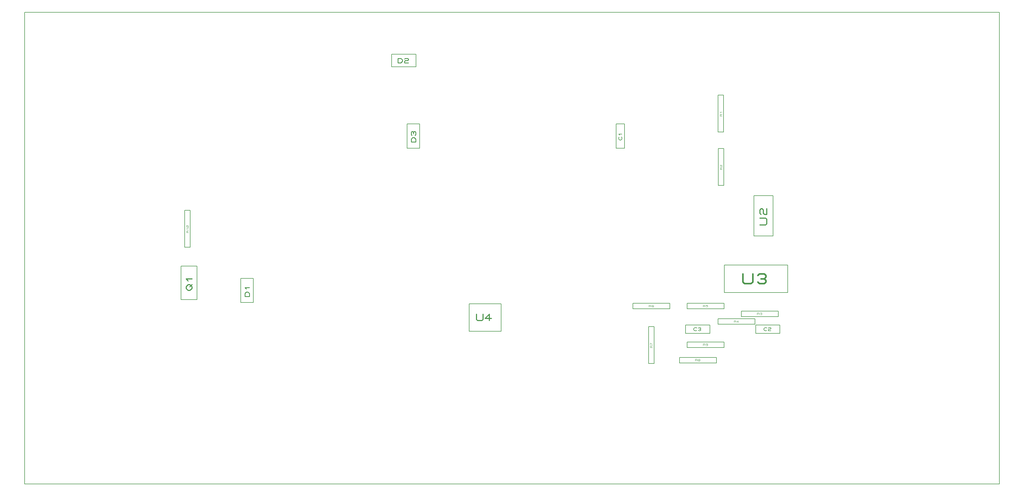
<source format=gbr>
G04 PROTEUS GERBER X2 FILE*
%TF.GenerationSoftware,Labcenter,Proteus,8.7-SP3-Build25561*%
%TF.CreationDate,2020-06-23T21:11:53+00:00*%
%TF.FileFunction,AssemblyDrawing,Top*%
%TF.FilePolarity,Positive*%
%TF.Part,Single*%
%TF.SameCoordinates,{43e51975-e15d-4f1a-9cd5-5ad722afc605}*%
%FSLAX45Y45*%
%MOMM*%
G01*
%TA.AperFunction,Material*%
%ADD20C,0.203200*%
%ADD29C,0.309370*%
%ADD72C,0.240790*%
%ADD73C,0.164590*%
%TA.AperFunction,Profile*%
%ADD17C,0.203200*%
%TA.AperFunction,Material*%
%ADD30C,0.106680*%
%ADD31C,0.372190*%
%ADD32C,0.533400*%
%ADD33C,0.345440*%
%TD.AperFunction*%
D20*
X-10946660Y+3456440D02*
X-10431040Y+3456440D01*
X-10431040Y+4543560D01*
X-10946660Y+4543560D01*
X-10946660Y+3456440D01*
D29*
X-10719787Y+3752503D02*
X-10781661Y+3814377D01*
X-10781661Y+3876251D01*
X-10719787Y+3938125D01*
X-10657912Y+3938125D01*
X-10596038Y+3876251D01*
X-10596038Y+3814377D01*
X-10657912Y+3752503D01*
X-10719787Y+3752503D01*
X-10657912Y+3876251D02*
X-10596038Y+3938125D01*
X-10719787Y+4061874D02*
X-10781661Y+4123748D01*
X-10596038Y+4123748D01*
D20*
X-9014160Y+3362840D02*
X-8612840Y+3362840D01*
X-8612840Y+4145160D01*
X-9014160Y+4145160D01*
X-9014160Y+3362840D01*
D72*
X-8741262Y+3561367D02*
X-8885737Y+3561367D01*
X-8885737Y+3657683D01*
X-8837579Y+3705841D01*
X-8789420Y+3705841D01*
X-8741262Y+3657683D01*
X-8741262Y+3561367D01*
X-8837579Y+3802158D02*
X-8885737Y+3850316D01*
X-8741262Y+3850316D01*
D20*
X-4137160Y+10985840D02*
X-3354840Y+10985840D01*
X-3354840Y+11387160D01*
X-4137160Y+11387160D01*
X-4137160Y+10985840D01*
D72*
X-3938633Y+11114262D02*
X-3938633Y+11258737D01*
X-3842317Y+11258737D01*
X-3794159Y+11210579D01*
X-3794159Y+11162420D01*
X-3842317Y+11114262D01*
X-3938633Y+11114262D01*
X-3721921Y+11234658D02*
X-3697842Y+11258737D01*
X-3625605Y+11258737D01*
X-3601526Y+11234658D01*
X-3601526Y+11210579D01*
X-3625605Y+11186500D01*
X-3697842Y+11186500D01*
X-3721921Y+11162420D01*
X-3721921Y+11114262D01*
X-3601526Y+11114262D01*
D20*
X-3637160Y+8354840D02*
X-3235840Y+8354840D01*
X-3235840Y+9137160D01*
X-3637160Y+9137160D01*
X-3637160Y+8354840D01*
D72*
X-3364262Y+8553367D02*
X-3508737Y+8553367D01*
X-3508737Y+8649683D01*
X-3460579Y+8697841D01*
X-3412420Y+8697841D01*
X-3364262Y+8649683D01*
X-3364262Y+8553367D01*
X-3484658Y+8770079D02*
X-3508737Y+8794158D01*
X-3508737Y+8866395D01*
X-3484658Y+8890474D01*
X-3460579Y+8890474D01*
X-3436500Y+8866395D01*
X-3412420Y+8890474D01*
X-3388341Y+8890474D01*
X-3364262Y+8866395D01*
X-3364262Y+8794158D01*
X-3388341Y+8770079D01*
X-3436500Y+8818237D02*
X-3436500Y+8866395D01*
D20*
X+3112840Y+8354840D02*
X+3387160Y+8354840D01*
X+3387160Y+9137160D01*
X+3112840Y+9137160D01*
X+3112840Y+8354840D01*
D73*
X+3282919Y+8713081D02*
X+3299378Y+8696622D01*
X+3299378Y+8647245D01*
X+3266460Y+8614327D01*
X+3233541Y+8614327D01*
X+3200623Y+8647245D01*
X+3200623Y+8696622D01*
X+3217082Y+8713081D01*
X+3233541Y+8778918D02*
X+3200623Y+8811836D01*
X+3299378Y+8811836D01*
D17*
X-16000000Y-2500000D02*
X+15500000Y-2500000D01*
X+15500000Y+12750000D01*
X-16000000Y+12750000D01*
X-16000000Y-2500000D01*
D20*
X+6411100Y+8879100D02*
X+6588900Y+8879100D01*
X+6588900Y+10072900D01*
X+6411100Y+10072900D01*
X+6411100Y+8879100D01*
D30*
X+6532004Y+9390656D02*
X+6467996Y+9390656D01*
X+6467996Y+9443996D01*
X+6478664Y+9454664D01*
X+6489332Y+9454664D01*
X+6500000Y+9443996D01*
X+6500000Y+9390656D01*
X+6500000Y+9443996D02*
X+6510668Y+9454664D01*
X+6532004Y+9454664D01*
X+6489332Y+9497336D02*
X+6467996Y+9518672D01*
X+6532004Y+9518672D01*
D20*
X+6419100Y+7153100D02*
X+6596900Y+7153100D01*
X+6596900Y+8346900D01*
X+6419100Y+8346900D01*
X+6419100Y+7153100D01*
D30*
X+6540004Y+7664656D02*
X+6475996Y+7664656D01*
X+6475996Y+7717996D01*
X+6486664Y+7728664D01*
X+6497332Y+7728664D01*
X+6508000Y+7717996D01*
X+6508000Y+7664656D01*
X+6508000Y+7717996D02*
X+6518668Y+7728664D01*
X+6540004Y+7728664D01*
X+6486664Y+7760668D02*
X+6475996Y+7771336D01*
X+6475996Y+7803340D01*
X+6486664Y+7814008D01*
X+6497332Y+7814008D01*
X+6508000Y+7803340D01*
X+6508000Y+7771336D01*
X+6518668Y+7760668D01*
X+6540004Y+7760668D01*
X+6540004Y+7814008D01*
D20*
X+7564840Y+5516880D02*
X+8185160Y+5516880D01*
X+8185160Y+6821120D01*
X+7564840Y+6821120D01*
X+7564840Y+5516880D01*
D31*
X+7763343Y+5871247D02*
X+7949439Y+5871247D01*
X+7986658Y+5908466D01*
X+7986658Y+6057342D01*
X+7949439Y+6094561D01*
X+7763343Y+6094561D01*
X+7800562Y+6206219D02*
X+7763343Y+6243438D01*
X+7763343Y+6355095D01*
X+7800562Y+6392314D01*
X+7837781Y+6392314D01*
X+7875000Y+6355095D01*
X+7875000Y+6243438D01*
X+7912220Y+6206219D01*
X+7986658Y+6206219D01*
X+7986658Y+6392314D01*
D20*
X+6612840Y+3686500D02*
X+8665160Y+3686500D01*
X+8665160Y+4575500D01*
X+6612840Y+4575500D01*
X+6612840Y+3686500D01*
D32*
X+7212280Y+4291020D02*
X+7212280Y+4024320D01*
X+7265620Y+3970980D01*
X+7478980Y+3970980D01*
X+7532320Y+4024320D01*
X+7532320Y+4291020D01*
X+7692340Y+4237680D02*
X+7745680Y+4291020D01*
X+7905700Y+4291020D01*
X+7959040Y+4237680D01*
X+7959040Y+4184340D01*
X+7905700Y+4131000D01*
X+7959040Y+4077660D01*
X+7959040Y+4024320D01*
X+7905700Y+3970980D01*
X+7745680Y+3970980D01*
X+7692340Y+4024320D01*
X+7799020Y+4131000D02*
X+7905700Y+4131000D01*
D20*
X+7628840Y+2362840D02*
X+8411160Y+2362840D01*
X+8411160Y+2637160D01*
X+7628840Y+2637160D01*
X+7628840Y+2362840D01*
D73*
X+7987081Y+2467081D02*
X+7970622Y+2450622D01*
X+7921245Y+2450622D01*
X+7888327Y+2483540D01*
X+7888327Y+2516459D01*
X+7921245Y+2549377D01*
X+7970622Y+2549377D01*
X+7987081Y+2532918D01*
X+8036459Y+2532918D02*
X+8052918Y+2549377D01*
X+8102295Y+2549377D01*
X+8118754Y+2532918D01*
X+8118754Y+2516459D01*
X+8102295Y+2500000D01*
X+8052918Y+2500000D01*
X+8036459Y+2483540D01*
X+8036459Y+2450622D01*
X+8118754Y+2450622D01*
D20*
X+7161100Y+2911100D02*
X+8354900Y+2911100D01*
X+8354900Y+3088900D01*
X+7161100Y+3088900D01*
X+7161100Y+2911100D01*
D30*
X+7672656Y+2967996D02*
X+7672656Y+3032004D01*
X+7725996Y+3032004D01*
X+7736664Y+3021336D01*
X+7736664Y+3010668D01*
X+7725996Y+3000000D01*
X+7672656Y+3000000D01*
X+7725996Y+3000000D02*
X+7736664Y+2989332D01*
X+7736664Y+2967996D01*
X+7768668Y+3021336D02*
X+7779336Y+3032004D01*
X+7811340Y+3032004D01*
X+7822008Y+3021336D01*
X+7822008Y+3010668D01*
X+7811340Y+3000000D01*
X+7822008Y+2989332D01*
X+7822008Y+2978664D01*
X+7811340Y+2967996D01*
X+7779336Y+2967996D01*
X+7768668Y+2978664D01*
X+7790004Y+3000000D02*
X+7811340Y+3000000D01*
D20*
X+5411100Y+3161100D02*
X+6604900Y+3161100D01*
X+6604900Y+3338900D01*
X+5411100Y+3338900D01*
X+5411100Y+3161100D01*
D30*
X+5922656Y+3217996D02*
X+5922656Y+3282004D01*
X+5975996Y+3282004D01*
X+5986664Y+3271336D01*
X+5986664Y+3260668D01*
X+5975996Y+3250000D01*
X+5922656Y+3250000D01*
X+5975996Y+3250000D02*
X+5986664Y+3239332D01*
X+5986664Y+3217996D01*
X+6072008Y+3282004D02*
X+6018668Y+3282004D01*
X+6018668Y+3260668D01*
X+6061340Y+3260668D01*
X+6072008Y+3250000D01*
X+6072008Y+3228664D01*
X+6061340Y+3217996D01*
X+6029336Y+3217996D01*
X+6018668Y+3228664D01*
D20*
X+6411100Y+2661100D02*
X+7604900Y+2661100D01*
X+7604900Y+2838900D01*
X+6411100Y+2838900D01*
X+6411100Y+2661100D01*
D30*
X+6922656Y+2717996D02*
X+6922656Y+2782004D01*
X+6975996Y+2782004D01*
X+6986664Y+2771336D01*
X+6986664Y+2760668D01*
X+6975996Y+2750000D01*
X+6922656Y+2750000D01*
X+6975996Y+2750000D02*
X+6986664Y+2739332D01*
X+6986664Y+2717996D01*
X+7072008Y+2739332D02*
X+7008000Y+2739332D01*
X+7050672Y+2782004D01*
X+7050672Y+2717996D01*
D20*
X+5362840Y+2362840D02*
X+6145160Y+2362840D01*
X+6145160Y+2637160D01*
X+5362840Y+2637160D01*
X+5362840Y+2362840D01*
D73*
X+5721081Y+2467081D02*
X+5704622Y+2450622D01*
X+5655245Y+2450622D01*
X+5622327Y+2483540D01*
X+5622327Y+2516459D01*
X+5655245Y+2549377D01*
X+5704622Y+2549377D01*
X+5721081Y+2532918D01*
X+5770459Y+2532918D02*
X+5786918Y+2549377D01*
X+5836295Y+2549377D01*
X+5852754Y+2532918D01*
X+5852754Y+2516459D01*
X+5836295Y+2500000D01*
X+5852754Y+2483540D01*
X+5852754Y+2467081D01*
X+5836295Y+2450622D01*
X+5786918Y+2450622D01*
X+5770459Y+2467081D01*
X+5803377Y+2500000D02*
X+5836295Y+2500000D01*
D20*
X+3661100Y+3161100D02*
X+4854900Y+3161100D01*
X+4854900Y+3338900D01*
X+3661100Y+3338900D01*
X+3661100Y+3161100D01*
D30*
X+4172656Y+3217996D02*
X+4172656Y+3282004D01*
X+4225996Y+3282004D01*
X+4236664Y+3271336D01*
X+4236664Y+3260668D01*
X+4225996Y+3250000D01*
X+4172656Y+3250000D01*
X+4225996Y+3250000D02*
X+4236664Y+3239332D01*
X+4236664Y+3217996D01*
X+4322008Y+3271336D02*
X+4311340Y+3282004D01*
X+4279336Y+3282004D01*
X+4268668Y+3271336D01*
X+4268668Y+3228664D01*
X+4279336Y+3217996D01*
X+4311340Y+3217996D01*
X+4322008Y+3228664D01*
X+4322008Y+3239332D01*
X+4311340Y+3250000D01*
X+4268668Y+3250000D01*
D20*
X+5161100Y+1411100D02*
X+6354900Y+1411100D01*
X+6354900Y+1588900D01*
X+5161100Y+1588900D01*
X+5161100Y+1411100D01*
D30*
X+5672656Y+1467996D02*
X+5672656Y+1532004D01*
X+5725996Y+1532004D01*
X+5736664Y+1521336D01*
X+5736664Y+1510668D01*
X+5725996Y+1500000D01*
X+5672656Y+1500000D01*
X+5725996Y+1500000D02*
X+5736664Y+1489332D01*
X+5736664Y+1467996D01*
X+5779336Y+1500000D02*
X+5768668Y+1510668D01*
X+5768668Y+1521336D01*
X+5779336Y+1532004D01*
X+5811340Y+1532004D01*
X+5822008Y+1521336D01*
X+5822008Y+1510668D01*
X+5811340Y+1500000D01*
X+5779336Y+1500000D01*
X+5768668Y+1489332D01*
X+5768668Y+1478664D01*
X+5779336Y+1467996D01*
X+5811340Y+1467996D01*
X+5822008Y+1478664D01*
X+5822008Y+1489332D01*
X+5811340Y+1500000D01*
D20*
X+4161100Y+1395100D02*
X+4338900Y+1395100D01*
X+4338900Y+2588900D01*
X+4161100Y+2588900D01*
X+4161100Y+1395100D01*
D30*
X+4282004Y+1906656D02*
X+4217996Y+1906656D01*
X+4217996Y+1959996D01*
X+4228664Y+1970664D01*
X+4239332Y+1970664D01*
X+4250000Y+1959996D01*
X+4250000Y+1906656D01*
X+4250000Y+1959996D02*
X+4260668Y+1970664D01*
X+4282004Y+1970664D01*
X+4217996Y+2002668D02*
X+4217996Y+2056008D01*
X+4228664Y+2056008D01*
X+4282004Y+2002668D01*
D20*
X+5411100Y+1911100D02*
X+6604900Y+1911100D01*
X+6604900Y+2088900D01*
X+5411100Y+2088900D01*
X+5411100Y+1911100D01*
D30*
X+5922656Y+1967996D02*
X+5922656Y+2032004D01*
X+5975996Y+2032004D01*
X+5986664Y+2021336D01*
X+5986664Y+2010668D01*
X+5975996Y+2000000D01*
X+5922656Y+2000000D01*
X+5975996Y+2000000D02*
X+5986664Y+1989332D01*
X+5986664Y+1967996D01*
X+6072008Y+2010668D02*
X+6061340Y+2000000D01*
X+6029336Y+2000000D01*
X+6018668Y+2010668D01*
X+6018668Y+2021336D01*
X+6029336Y+2032004D01*
X+6061340Y+2032004D01*
X+6072008Y+2021336D01*
X+6072008Y+1978664D01*
X+6061340Y+1967996D01*
X+6029336Y+1967996D01*
D20*
X-1637160Y+2436500D02*
X-600840Y+2436500D01*
X-600840Y+3325500D01*
X-1637160Y+3325500D01*
X-1637160Y+2436500D01*
D33*
X-1395352Y+2984632D02*
X-1395352Y+2811912D01*
X-1360808Y+2777368D01*
X-1222632Y+2777368D01*
X-1188088Y+2811912D01*
X-1188088Y+2984632D01*
X-911736Y+2846456D02*
X-1119000Y+2846456D01*
X-980824Y+2984632D01*
X-980824Y+2777368D01*
D20*
X-10830900Y+5153100D02*
X-10653100Y+5153100D01*
X-10653100Y+6346900D01*
X-10830900Y+6346900D01*
X-10830900Y+5153100D01*
D30*
X-10709996Y+5621984D02*
X-10774004Y+5621984D01*
X-10774004Y+5675324D01*
X-10763336Y+5685992D01*
X-10752668Y+5685992D01*
X-10742000Y+5675324D01*
X-10742000Y+5621984D01*
X-10742000Y+5675324D02*
X-10731332Y+5685992D01*
X-10709996Y+5685992D01*
X-10752668Y+5728664D02*
X-10774004Y+5750000D01*
X-10709996Y+5750000D01*
X-10720664Y+5792672D02*
X-10763336Y+5792672D01*
X-10774004Y+5803340D01*
X-10774004Y+5846012D01*
X-10763336Y+5856680D01*
X-10720664Y+5856680D01*
X-10709996Y+5846012D01*
X-10709996Y+5803340D01*
X-10720664Y+5792672D01*
X-10709996Y+5792672D02*
X-10774004Y+5856680D01*
M02*

</source>
